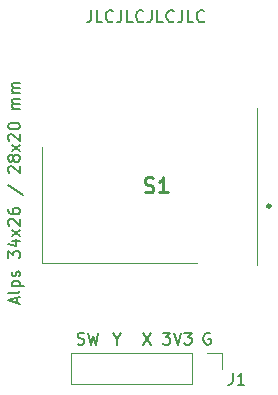
<source format=gbr>
%TF.GenerationSoftware,KiCad,Pcbnew,(6.0.1)*%
%TF.CreationDate,2022-03-21T11:35:37+08:00*%
%TF.ProjectId,Joystick_Board,4a6f7973-7469-4636-9b5f-426f6172642e,rev?*%
%TF.SameCoordinates,Original*%
%TF.FileFunction,Legend,Top*%
%TF.FilePolarity,Positive*%
%FSLAX46Y46*%
G04 Gerber Fmt 4.6, Leading zero omitted, Abs format (unit mm)*
G04 Created by KiCad (PCBNEW (6.0.1)) date 2022-03-21 11:35:37*
%MOMM*%
%LPD*%
G01*
G04 APERTURE LIST*
%ADD10C,0.150000*%
%ADD11C,0.254000*%
%ADD12C,0.100000*%
%ADD13C,0.300000*%
%ADD14C,0.120000*%
G04 APERTURE END LIST*
D10*
X141142857Y-103404761D02*
X141285714Y-103452380D01*
X141523809Y-103452380D01*
X141619047Y-103404761D01*
X141666666Y-103357142D01*
X141714285Y-103261904D01*
X141714285Y-103166666D01*
X141666666Y-103071428D01*
X141619047Y-103023809D01*
X141523809Y-102976190D01*
X141333333Y-102928571D01*
X141238095Y-102880952D01*
X141190476Y-102833333D01*
X141142857Y-102738095D01*
X141142857Y-102642857D01*
X141190476Y-102547619D01*
X141238095Y-102500000D01*
X141333333Y-102452380D01*
X141571428Y-102452380D01*
X141714285Y-102500000D01*
X142047619Y-102452380D02*
X142285714Y-103452380D01*
X142476190Y-102738095D01*
X142666666Y-103452380D01*
X142904761Y-102452380D01*
X148361904Y-102452380D02*
X148980952Y-102452380D01*
X148647619Y-102833333D01*
X148790476Y-102833333D01*
X148885714Y-102880952D01*
X148933333Y-102928571D01*
X148980952Y-103023809D01*
X148980952Y-103261904D01*
X148933333Y-103357142D01*
X148885714Y-103404761D01*
X148790476Y-103452380D01*
X148504761Y-103452380D01*
X148409523Y-103404761D01*
X148361904Y-103357142D01*
X149266666Y-102452380D02*
X149600000Y-103452380D01*
X149933333Y-102452380D01*
X150171428Y-102452380D02*
X150790476Y-102452380D01*
X150457142Y-102833333D01*
X150600000Y-102833333D01*
X150695238Y-102880952D01*
X150742857Y-102928571D01*
X150790476Y-103023809D01*
X150790476Y-103261904D01*
X150742857Y-103357142D01*
X150695238Y-103404761D01*
X150600000Y-103452380D01*
X150314285Y-103452380D01*
X150219047Y-103404761D01*
X150171428Y-103357142D01*
X144500000Y-102976190D02*
X144500000Y-103452380D01*
X144166666Y-102452380D02*
X144500000Y-102976190D01*
X144833333Y-102452380D01*
X146666666Y-102452380D02*
X147333333Y-103452380D01*
X147333333Y-102452380D02*
X146666666Y-103452380D01*
X152361904Y-102500000D02*
X152266666Y-102452380D01*
X152123809Y-102452380D01*
X151980952Y-102500000D01*
X151885714Y-102595238D01*
X151838095Y-102690476D01*
X151790476Y-102880952D01*
X151790476Y-103023809D01*
X151838095Y-103214285D01*
X151885714Y-103309523D01*
X151980952Y-103404761D01*
X152123809Y-103452380D01*
X152219047Y-103452380D01*
X152361904Y-103404761D01*
X152409523Y-103357142D01*
X152409523Y-103023809D01*
X152219047Y-103023809D01*
X142280952Y-75152380D02*
X142280952Y-75866666D01*
X142233333Y-76009523D01*
X142138095Y-76104761D01*
X141995238Y-76152380D01*
X141900000Y-76152380D01*
X143233333Y-76152380D02*
X142757142Y-76152380D01*
X142757142Y-75152380D01*
X144138095Y-76057142D02*
X144090476Y-76104761D01*
X143947619Y-76152380D01*
X143852380Y-76152380D01*
X143709523Y-76104761D01*
X143614285Y-76009523D01*
X143566666Y-75914285D01*
X143519047Y-75723809D01*
X143519047Y-75580952D01*
X143566666Y-75390476D01*
X143614285Y-75295238D01*
X143709523Y-75200000D01*
X143852380Y-75152380D01*
X143947619Y-75152380D01*
X144090476Y-75200000D01*
X144138095Y-75247619D01*
X144852380Y-75152380D02*
X144852380Y-75866666D01*
X144804761Y-76009523D01*
X144709523Y-76104761D01*
X144566666Y-76152380D01*
X144471428Y-76152380D01*
X145804761Y-76152380D02*
X145328571Y-76152380D01*
X145328571Y-75152380D01*
X146709523Y-76057142D02*
X146661904Y-76104761D01*
X146519047Y-76152380D01*
X146423809Y-76152380D01*
X146280952Y-76104761D01*
X146185714Y-76009523D01*
X146138095Y-75914285D01*
X146090476Y-75723809D01*
X146090476Y-75580952D01*
X146138095Y-75390476D01*
X146185714Y-75295238D01*
X146280952Y-75200000D01*
X146423809Y-75152380D01*
X146519047Y-75152380D01*
X146661904Y-75200000D01*
X146709523Y-75247619D01*
X147423809Y-75152380D02*
X147423809Y-75866666D01*
X147376190Y-76009523D01*
X147280952Y-76104761D01*
X147138095Y-76152380D01*
X147042857Y-76152380D01*
X148376190Y-76152380D02*
X147900000Y-76152380D01*
X147900000Y-75152380D01*
X149280952Y-76057142D02*
X149233333Y-76104761D01*
X149090476Y-76152380D01*
X148995238Y-76152380D01*
X148852380Y-76104761D01*
X148757142Y-76009523D01*
X148709523Y-75914285D01*
X148661904Y-75723809D01*
X148661904Y-75580952D01*
X148709523Y-75390476D01*
X148757142Y-75295238D01*
X148852380Y-75200000D01*
X148995238Y-75152380D01*
X149090476Y-75152380D01*
X149233333Y-75200000D01*
X149280952Y-75247619D01*
X149995238Y-75152380D02*
X149995238Y-75866666D01*
X149947619Y-76009523D01*
X149852380Y-76104761D01*
X149709523Y-76152380D01*
X149614285Y-76152380D01*
X150947619Y-76152380D02*
X150471428Y-76152380D01*
X150471428Y-75152380D01*
X151852380Y-76057142D02*
X151804761Y-76104761D01*
X151661904Y-76152380D01*
X151566666Y-76152380D01*
X151423809Y-76104761D01*
X151328571Y-76009523D01*
X151280952Y-75914285D01*
X151233333Y-75723809D01*
X151233333Y-75580952D01*
X151280952Y-75390476D01*
X151328571Y-75295238D01*
X151423809Y-75200000D01*
X151566666Y-75152380D01*
X151661904Y-75152380D01*
X151804761Y-75200000D01*
X151852380Y-75247619D01*
X135966666Y-99957142D02*
X135966666Y-99480952D01*
X136252380Y-100052380D02*
X135252380Y-99719047D01*
X136252380Y-99385714D01*
X136252380Y-98909523D02*
X136204761Y-99004761D01*
X136109523Y-99052380D01*
X135252380Y-99052380D01*
X135585714Y-98528571D02*
X136585714Y-98528571D01*
X135633333Y-98528571D02*
X135585714Y-98433333D01*
X135585714Y-98242857D01*
X135633333Y-98147619D01*
X135680952Y-98100000D01*
X135776190Y-98052380D01*
X136061904Y-98052380D01*
X136157142Y-98100000D01*
X136204761Y-98147619D01*
X136252380Y-98242857D01*
X136252380Y-98433333D01*
X136204761Y-98528571D01*
X136204761Y-97671428D02*
X136252380Y-97576190D01*
X136252380Y-97385714D01*
X136204761Y-97290476D01*
X136109523Y-97242857D01*
X136061904Y-97242857D01*
X135966666Y-97290476D01*
X135919047Y-97385714D01*
X135919047Y-97528571D01*
X135871428Y-97623809D01*
X135776190Y-97671428D01*
X135728571Y-97671428D01*
X135633333Y-97623809D01*
X135585714Y-97528571D01*
X135585714Y-97385714D01*
X135633333Y-97290476D01*
X135252380Y-96147619D02*
X135252380Y-95528571D01*
X135633333Y-95861904D01*
X135633333Y-95719047D01*
X135680952Y-95623809D01*
X135728571Y-95576190D01*
X135823809Y-95528571D01*
X136061904Y-95528571D01*
X136157142Y-95576190D01*
X136204761Y-95623809D01*
X136252380Y-95719047D01*
X136252380Y-96004761D01*
X136204761Y-96100000D01*
X136157142Y-96147619D01*
X135585714Y-94671428D02*
X136252380Y-94671428D01*
X135204761Y-94909523D02*
X135919047Y-95147619D01*
X135919047Y-94528571D01*
X136252380Y-94242857D02*
X135585714Y-93719047D01*
X135585714Y-94242857D02*
X136252380Y-93719047D01*
X135347619Y-93385714D02*
X135300000Y-93338095D01*
X135252380Y-93242857D01*
X135252380Y-93004761D01*
X135300000Y-92909523D01*
X135347619Y-92861904D01*
X135442857Y-92814285D01*
X135538095Y-92814285D01*
X135680952Y-92861904D01*
X136252380Y-93433333D01*
X136252380Y-92814285D01*
X135252380Y-91957142D02*
X135252380Y-92147619D01*
X135300000Y-92242857D01*
X135347619Y-92290476D01*
X135490476Y-92385714D01*
X135680952Y-92433333D01*
X136061904Y-92433333D01*
X136157142Y-92385714D01*
X136204761Y-92338095D01*
X136252380Y-92242857D01*
X136252380Y-92052380D01*
X136204761Y-91957142D01*
X136157142Y-91909523D01*
X136061904Y-91861904D01*
X135823809Y-91861904D01*
X135728571Y-91909523D01*
X135680952Y-91957142D01*
X135633333Y-92052380D01*
X135633333Y-92242857D01*
X135680952Y-92338095D01*
X135728571Y-92385714D01*
X135823809Y-92433333D01*
X135204761Y-89957142D02*
X136490476Y-90814285D01*
X135347619Y-88909523D02*
X135300000Y-88861904D01*
X135252380Y-88766666D01*
X135252380Y-88528571D01*
X135300000Y-88433333D01*
X135347619Y-88385714D01*
X135442857Y-88338095D01*
X135538095Y-88338095D01*
X135680952Y-88385714D01*
X136252380Y-88957142D01*
X136252380Y-88338095D01*
X135680952Y-87766666D02*
X135633333Y-87861904D01*
X135585714Y-87909523D01*
X135490476Y-87957142D01*
X135442857Y-87957142D01*
X135347619Y-87909523D01*
X135300000Y-87861904D01*
X135252380Y-87766666D01*
X135252380Y-87576190D01*
X135300000Y-87480952D01*
X135347619Y-87433333D01*
X135442857Y-87385714D01*
X135490476Y-87385714D01*
X135585714Y-87433333D01*
X135633333Y-87480952D01*
X135680952Y-87576190D01*
X135680952Y-87766666D01*
X135728571Y-87861904D01*
X135776190Y-87909523D01*
X135871428Y-87957142D01*
X136061904Y-87957142D01*
X136157142Y-87909523D01*
X136204761Y-87861904D01*
X136252380Y-87766666D01*
X136252380Y-87576190D01*
X136204761Y-87480952D01*
X136157142Y-87433333D01*
X136061904Y-87385714D01*
X135871428Y-87385714D01*
X135776190Y-87433333D01*
X135728571Y-87480952D01*
X135680952Y-87576190D01*
X136252380Y-87052380D02*
X135585714Y-86528571D01*
X135585714Y-87052380D02*
X136252380Y-86528571D01*
X135347619Y-86195238D02*
X135300000Y-86147619D01*
X135252380Y-86052380D01*
X135252380Y-85814285D01*
X135300000Y-85719047D01*
X135347619Y-85671428D01*
X135442857Y-85623809D01*
X135538095Y-85623809D01*
X135680952Y-85671428D01*
X136252380Y-86242857D01*
X136252380Y-85623809D01*
X135252380Y-85004761D02*
X135252380Y-84909523D01*
X135300000Y-84814285D01*
X135347619Y-84766666D01*
X135442857Y-84719047D01*
X135633333Y-84671428D01*
X135871428Y-84671428D01*
X136061904Y-84719047D01*
X136157142Y-84766666D01*
X136204761Y-84814285D01*
X136252380Y-84909523D01*
X136252380Y-85004761D01*
X136204761Y-85100000D01*
X136157142Y-85147619D01*
X136061904Y-85195238D01*
X135871428Y-85242857D01*
X135633333Y-85242857D01*
X135442857Y-85195238D01*
X135347619Y-85147619D01*
X135300000Y-85100000D01*
X135252380Y-85004761D01*
X136252380Y-83480952D02*
X135585714Y-83480952D01*
X135680952Y-83480952D02*
X135633333Y-83433333D01*
X135585714Y-83338095D01*
X135585714Y-83195238D01*
X135633333Y-83100000D01*
X135728571Y-83052380D01*
X136252380Y-83052380D01*
X135728571Y-83052380D02*
X135633333Y-83004761D01*
X135585714Y-82909523D01*
X135585714Y-82766666D01*
X135633333Y-82671428D01*
X135728571Y-82623809D01*
X136252380Y-82623809D01*
X136252380Y-82147619D02*
X135585714Y-82147619D01*
X135680952Y-82147619D02*
X135633333Y-82100000D01*
X135585714Y-82004761D01*
X135585714Y-81861904D01*
X135633333Y-81766666D01*
X135728571Y-81719047D01*
X136252380Y-81719047D01*
X135728571Y-81719047D02*
X135633333Y-81671428D01*
X135585714Y-81576190D01*
X135585714Y-81433333D01*
X135633333Y-81338095D01*
X135728571Y-81290476D01*
X136252380Y-81290476D01*
D11*
%TO.C,S1*%
X146816380Y-90514047D02*
X146997809Y-90574523D01*
X147300190Y-90574523D01*
X147421142Y-90514047D01*
X147481619Y-90453571D01*
X147542095Y-90332619D01*
X147542095Y-90211666D01*
X147481619Y-90090714D01*
X147421142Y-90030238D01*
X147300190Y-89969761D01*
X147058285Y-89909285D01*
X146937333Y-89848809D01*
X146876857Y-89788333D01*
X146816380Y-89667380D01*
X146816380Y-89546428D01*
X146876857Y-89425476D01*
X146937333Y-89365000D01*
X147058285Y-89304523D01*
X147360666Y-89304523D01*
X147542095Y-89365000D01*
X148751619Y-90574523D02*
X148025904Y-90574523D01*
X148388761Y-90574523D02*
X148388761Y-89304523D01*
X148267809Y-89485952D01*
X148146857Y-89606904D01*
X148025904Y-89667380D01*
D10*
%TO.C,J1*%
X154266666Y-105852380D02*
X154266666Y-106566666D01*
X154219047Y-106709523D01*
X154123809Y-106804761D01*
X153980952Y-106852380D01*
X153885714Y-106852380D01*
X155266666Y-106852380D02*
X154695238Y-106852380D01*
X154980952Y-106852380D02*
X154980952Y-105852380D01*
X154885714Y-105995238D01*
X154790476Y-106090476D01*
X154695238Y-106138095D01*
%TO.C,*%
D12*
%TO.C,S1*%
X138135000Y-86740000D02*
X138135000Y-96575000D01*
D13*
X157235000Y-91740000D02*
X157235000Y-91740000D01*
D12*
X156334000Y-83425000D02*
X156334000Y-96740000D01*
D13*
X157434000Y-91740000D02*
X157434000Y-91740000D01*
D12*
X138135000Y-96575000D02*
X151235000Y-96575000D01*
D13*
X157434000Y-91740000D02*
G75*
G03*
X157235000Y-91740000I-99500J0D01*
G01*
X157235000Y-91740000D02*
G75*
G03*
X157434000Y-91740000I99500J0D01*
G01*
D14*
%TO.C,J1*%
X150805000Y-104170000D02*
X140585000Y-104170000D01*
X150805000Y-104170000D02*
X150805000Y-106830000D01*
X150805000Y-106830000D02*
X140585000Y-106830000D01*
X153405000Y-104170000D02*
X153405000Y-105500000D01*
X140585000Y-104170000D02*
X140585000Y-106830000D01*
X152075000Y-104170000D02*
X153405000Y-104170000D01*
%TD*%
M02*

</source>
